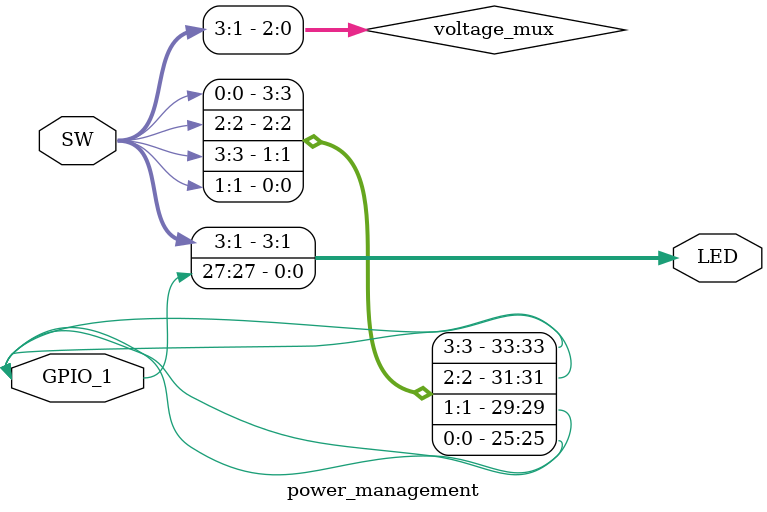
<source format=v>
module power_management(input [3:0]SW, output [3:0]LED, inout [33:0]GPIO_1);
  wire [2:0] voltage_mux;

  // kill switch
  assign GPIO_1[33] = SW[0];
  // voltage muxes
  assign {GPIO_1[29], GPIO_1[31], GPIO_1[25]} = voltage_mux;
  assign voltage_mux = SW[3:1];

  // LEDs
  assign LED[3:1] = voltage_mux;
  assign LED[0] = GPIO_1[27];
endmodule

</source>
